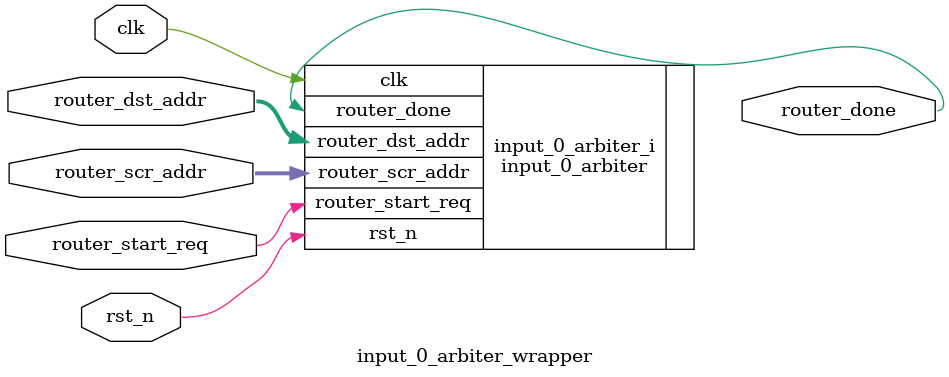
<source format=v>
`timescale 1 ps / 1 ps

module input_0_arbiter_wrapper
   (clk,
    router_done,
    router_dst_addr,
    router_scr_addr,
    router_start_req,
    rst_n);
  input clk;
  output router_done;
  input [9:0]router_dst_addr;
  input [9:0]router_scr_addr;
  input router_start_req;
  input rst_n;

  wire clk;
  wire router_done;
  wire [9:0]router_dst_addr;
  wire [9:0]router_scr_addr;
  wire router_start_req;
  wire rst_n;

  input_0_arbiter input_0_arbiter_i
       (.clk(clk),
        .router_done(router_done),
        .router_dst_addr(router_dst_addr),
        .router_scr_addr(router_scr_addr),
        .router_start_req(router_start_req),
        .rst_n(rst_n));
endmodule

</source>
